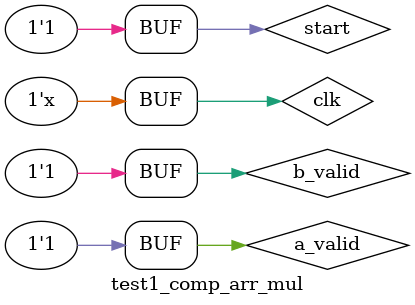
<source format=v>
`timescale 1ns / 1ps


module test1_comp_arr_mul;

	// Inputs
	reg clk;
	reg a_valid;
	reg b_valid;
	reg start;

	// Outputs
	wire valid;

	// Instantiate the Unit Under Test (UUT)
	complex_array_mul uut (
		.clk(clk),  
		.a_valid(a_valid), 
		.b_valid(b_valid), 
		.start(start),  
		.valid(valid)
	);

	initial begin
		// Initialize Inputs
		clk = 0;
		a_valid = 0;
		b_valid = 0;
		start = 0;


		// Wait 100 ns for global reset to finish
		#10;
        start = 1;
		  b_valid=1;
	a_valid=1;
		// Add stimulus here

	end
	always  
	#10 clk=!clk;
	
	

      
endmodule


</source>
